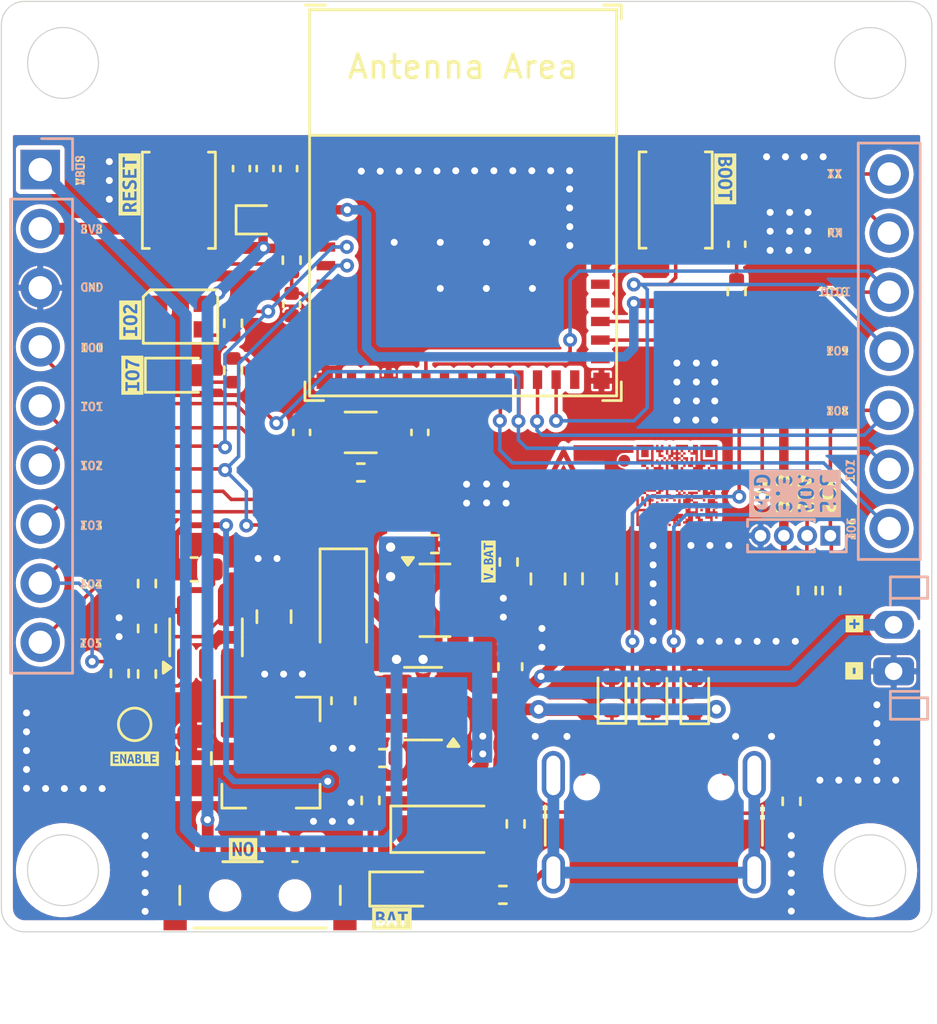
<source format=kicad_pcb>
(kicad_pcb (version 20240108) (generator "pcbnew") (generator_version "8.0")
  (title_block (title "esp-unit-c3-v3") (date "2025-05-04") (rev "3.0"))
  (layers (0 "F.Cu" signal) (31 "B.Cu" signal) (34 "B.Paste" user) (35 "F.Paste" user) (36 "B.SilkS" user "B.Silkscreen") (37 "F.SilkS" user "F.Silkscreen") (38 "B.Mask" user) (39 "F.Mask" user) (44 "Edge.Cuts" user))
  (net 0 "")
  (net 1 "GND")
  (net 2 "CHIP_PU")
  (net 3 "+BATT")
  (net 4 "VBUS")
  (net 5 "IO0")
  (net 6 "IO1")
  (net 7 "+3V3")
  (net 8 "+5V")
  (net 9 "IO9_BOOT")
  (net 10 "USB_D+")
  (net 11 "USB_D-")
  (net 12 "/Buck_Coil")
  (net 13 "IO2")
  (net 14 "IO7")
  (net 15 "IO10_SDA")
  (net 16 "IO8_SCL")
  (net 17 "IO21_TX")
  (net 23 "IO6")
  (net 24 "IO5")
  (net 27 "IO4")
  (net 33 "IO3")
  (net 34 "IO20_RX")
  (net 37 "Net-(U4-FB)")
  (net 38 "Net-(D1-DIN)")
  (net 40 "Net-(D3-A)")
  (net 41 "Net-(D4-K)")
  (net 42 "Net-(D7-A)")
  (net 43 "Net-(J3-CC2)")
  (net 44 "Net-(J3-SHIELD)")
  (net 45 "Net-(J3-CC1)")
  (net 48 "Net-(U3-PROG)")
  (net 49 "Net-(U3-STAT)")
  (net 51 "/Switch")
  (net 52 "Net-(R17-Pad1)")
  (net 53 "Net-(U4-EN)")
  (footprint "LOGO" (layer "F.Cu") (at 138.285006 87.564894)
    (property "Reference" "G***" (hide yes))
    (property "Value" "LOGO" (hide yes))
  )
  (footprint "LOGO" (layer "F.Cu") (at 133.915006 87.544894)
    (property "Reference" "G***" (hide yes))
    (property "Value" "LOGO" (hide yes))
  )
  (footprint "kibuzzard-680CDA08" (layer "F.Cu") (at 140.36 74.385 -90)
    (property "Reference" "kibuzzard-680CDA08" (hide yes))
    (property "Value" "G***" (hide yes))
  )
  (footprint "Resistor_SMD:R_0805_2012Metric" (layer "F.Cu") (at 134.96 91.575 -90)
    (property "Reference" "R17" (hide yes))
    (property "Value" "442K" (hide yes))
  )
  (footprint "Diode_SMD:D_SOD-123" (layer "F.Cu") (at 123.941 92.6505 -90)
    (property "Reference" "D5" (hide yes))
    (property "Value" "B5819W" (hide yes))
  )
  (footprint "kibuzzard-680CD9B9" (layer "F.Cu") (at 114.87 82.825 90)
    (property "Reference" "kibuzzard-680CD9B9" (hide yes))
    (property "Value" "G***" (hide yes))
  )
  (footprint "kibuzzard-680CFD12" (layer "F.Cu") (at 113.13 79.035)
    (property "Reference" "kibuzzard-680CFD12" (hide yes))
    (property "Value" "G***" (hide yes))
  )
  (footprint "Crystal:Crystal_SMD_3215-2Pin_3.2x1.5mm" (layer "F.Cu") (at 124.69 85.285 180)
    (property "Reference" "Y1" (hide yes))
    (property "Value" "32.768Hz" (hide yes))
  )
  (footprint "Button_Switch_SMD:SW_Push_SPST_NO_Alps_SKRK" (layer "F.Cu") (at 116.87 75.305 90)
    (property "Reference" "SW2" (hide yes))
    (property "Value" "RESET" (hide yes))
  )
  (footprint "Package_TO_SOT_SMD:SOT-23-5" (layer "F.Cu") (at 118.0386 94.095 90)
    (property "Reference" "U4" (hide yes))
    (property "Value" "SY8088" (hide yes))
  )
  (footprint "Capacitor_SMD:C_0603_1608Metric" (layer "F.Cu") (at 117.5306 91.174)
    (property "Reference" "C11" (hide yes))
    (property "Value" "22pF 50V" (hide yes))
  )
  (footprint "kibuzzard-680CDAE0" (layer "F.Cu") (at 119.63 103.195 180)
    (property "Reference" "kibuzzard-680CDAE0" (hide yes))
    (property "Value" "G***" (hide yes))
  )
  (footprint "kibuzzard-6816EC1C" (layer "F.Cu") (at 112.62 74.025 90)
    (property "Reference" "kibuzzard-6816EC1C" (hide yes))
    (property "Value" "G***" (hide yes))
  )
  (footprint "Capacitor_SMD:C_0603_1608Metric" (layer "F.Cu") (at 123.941 96.819 90)
    (property "Reference" "C7" (hide yes))
    (property "Value" "4.7uF 16V" (hide yes))
  )
  (footprint "Resistor_SMD:R_0402_1005Metric" (layer "F.Cu") (at 115.4986 91.7836 90)
    (property "Reference" "R15" (hide yes))
    (property "Value" "100K" (hide yes))
  )
  (footprint "DeltaT32:Delta_Board-2" (layer "F.Cu") (at 129.74 86.255)
    (property "Reference" "U2" (hide yes))
    (property "Value" "Delta Board 2" (hide yes))
    (fp_line (start -20.5 19.5) (end -20.5 -18.5) (stroke (width 0.05)) (layer "Edge.Cuts"))
    (fp_line (start -19.5 -19.5) (end 18.5 -19.5) (stroke (width 0.05)) (layer "Edge.Cuts"))
    (fp_line (start 18.5 20.5) (end -19.5 20.5) (stroke (width 0.05)) (layer "Edge.Cuts"))
    (fp_line (start 19.5 19.5) (end 19.5 -18.5) (stroke (width 0.05)) (layer "Edge.Cuts"))
    (fp_arc (start -20.5 -18.5) (mid -20.207107 -19.207107) (end -19.5 -19.5) (stroke (width 0.05)) (layer "Edge.Cuts"))
    (fp_arc (start -19.5 20.5) (mid -20.207107 20.207107) (end -20.5 19.5) (stroke (width 0.05)) (layer "Edge.Cuts"))
    (fp_arc (start 18.5 -19.5) (mid 19.207107 -19.207107) (end 19.5 -18.5) (stroke (width 0.05)) (layer "Edge.Cuts"))
    (fp_arc (start 19.5 19.5) (mid 19.207107 20.207107) (end 18.5 20.5) (stroke (width 0.05)) (layer "Edge.Cuts"))
    (fp_circle (center -17.85309 17.849516) (end -19.37709 17.849516) (stroke (width 0.05)) (fill none) (layer "Edge.Cuts"))
    (fp_circle (center -17.849516 -16.85309) (end -17.849516 -18.37709) (stroke (width 0.05)) (fill none) (layer "Edge.Cuts"))
    (fp_circle (center 16.849516 17.85309) (end 16.849516 19.37709) (stroke (width 0.05)) (fill none) (layer "Edge.Cuts"))
    (fp_circle (center 16.85309 -16.849516) (end 18.37709 -16.849516) (stroke (width 0.05)) (fill none) (layer "Edge.Cuts"))
  )
  (footprint "Resistor_SMD:R_0805_2012Metric" (layer "F.Cu") (at 132.74 91.585 90)
    (property "Reference" "R18" (hide yes))
    (property "Value" "160K" (hide yes))
  )
  (footprint "kibuzzard-680CFDE4" (layer "F.Cu") (at 145.77 89.435 90)
    (property "Reference" "kibuzzard-680CFDE4" (hide yes))
    (property "Value" "G***" (hide yes))
  )
  (footprint "Button_Switch_SMD:SW_Push_SPST_NO_Alps_SKRK" (layer "F.Cu") (at 138.23 75.295 90)
    (property "Reference" "SW1" (hide yes))
    (property "Value" "BOOT" (hide yes))
  )
  (footprint "kibuzzard-680CFDCF" (layer "F.Cu") (at 145.73 86.925 90)
    (property "Reference" "kibuzzard-680CFDCF" (hide yes))
    (property "Value" "G***" (hide yes))
  )
  (footprint "kibuzzard-680CFD7F" (layer "F.Cu") (at 113.11 89.275)
    (property "Reference" "kibuzzard-680CFD7F" (hide yes))
    (property "Value" "G***" (hide yes))
  )
  (footprint "Capacitor_SMD:C_0402_1005Metric" (layer "F.Cu") (at 119.561 73.943 -90)
    (property "Reference" "C1" (hide yes))
    (property "Value" "10nF 10V" (hide yes))
  )
  (footprint "Resistor_SMD:R_0402_1005Metric" (layer "F.Cu") (at 114.33 95.645 -90)
    (property "Reference" "R20" (hide yes))
    (property "Value" "0R" (hide yes))
  )
  (footprint "Diode_SMD:D_SOD-523" (layer "F.Cu") (at 137.25 96.555 90)
    (property "Reference" "D6" (hide yes))
    (property "Value" "LESD5D5.0CT1G")
  )
  (footprint "Resistor_SMD:R_0402_1005Metric" (layer "F.Cu") (at 144.92 92.085 -90)
    (property "Reference" "R2" (hide yes))
    (property "Value" "10K" (hide yes))
  )
  (footprint "kibuzzard-680CD9CB" (layer "F.Cu") (at 114.78 80.455 90)
    (property "Reference" "kibuzzard-680CD9CB" (hide yes))
    (property "Value" "G***" (hide yes))
  )
  (footprint "Capacitor_SMD:C_0805_2012Metric" (layer "F.Cu") (at 120.9596 93.206 -90)
    (property "Reference" "C10" (hide yes))
    (property "Value" "10uF 16V" (hide yes))
  )
  (footprint "Diode_SMD:D_SOD-523" (layer "F.Cu") (at 139.05 96.5525 90)
    (property "Reference" "D8" (hide yes))
    (property "Value" "LESD5D5.0CT1G")
  )
  (footprint "Resistor_SMD:R_0402_1005Metric" (layer "F.Cu") (at 125.6428 99.2828)
    (property "Reference" "R7" (hide yes))
    (property "Value" "10K" (hide yes))
  )
  (footprint "kibuzzard-680CFF32" (layer "F.Cu") (at 114.97 99.315)
    (property "Reference" "kibuzzard-680CFF32" (hide yes))
    (property "Value" "G***" (hide yes))
  )
  (footprint "kibuzzard-680CFD73" (layer "F.Cu") (at 113.12 86.705)
    (property "Reference" "kibuzzard-680CFD73" (hide yes))
    (property "Value" "G***" (hide yes))
  )
  (footprint "Resistor_SMD:R_0402_1005Metric" (layer "F.Cu") (at 143.87 92.085 -90)
    (property "Reference" "R4" (hide yes))
    (property "Value" "10K" (hide yes))
  )
  (footprint "TestPoint:TestPoint_Pad_D1.0mm" (layer "F.Cu") (at 114.971 97.835)
    (property "Reference" "TP1" (hide yes))
    (property "Value" "ENABLE" (hide yes))
  )
  (footprint "Resistor_SMD:R_0402_1005Metric" (layer "F.Cu") (at 143.21 101.145 -90)
    (property "Reference" "R14" (hide yes))
    (property "Value" "5K1" (hide yes))
  )
  (footprint "Resistor_SMD:R_0402_1005Metric" (layer "F.Cu") (at 125.11 101.105 -90)
    (property "Reference" "R9" (hide yes))
    (property "Value" "1K" (hide yes))
  )
  (footprint "kibuzzard-680CFDFB" (layer "F.Cu") (at 113.09 94.335)
    (property "Reference" "kibuzzard-680CFDFB" (hide yes))
    (property "Value" "G***" (hide yes))
  )
  (footprint "PCM_Espressif:ESP32-C3-MINI-1" (layer "F.Cu") (at 129.09 75.415)
    (property "Reference" "U1" (hide yes))
    (property "Value" "ESP32-C3-MINI-1" (hide yes))
  )
  (footprint "Resistor_SMD:R_0402_1005Metric" (layer "F.Cu") (at 131.05 90.855 -90)
    (property "Reference" "R19" (hide yes))
    (property "Value" "0R" (hide yes))
  )
  (footprint "Capacitor_SMD:C_0402_1005Metric" (layer "F.Cu") (at 120.577 73.943 -90)
    (property "Reference" "C2" (hide yes))
    (property "Value" "100nF 10V" (hide yes))
  )
  (footprint "Resistor_SMD:R_0402_1005Metric" (layer "F.Cu") (at 115.4986 93.714 90)
    (property "Reference" "R16" (hide yes))
    (property "Value" "22K1" (hide yes))
  )
  (footprint "Diode_SMD:D_SOD-523" (layer "F.Cu") (at 135.49 96.535 90)
    (property "Reference" "D9" (hide yes))
    (property "Value" "LESD5D5.0CT1G")
  )
  (footprint "Capacitor_SMD:C_0402_1005Metric" (layer "F.Cu") (at 121.593 73.943 -90)
    (property "Reference" "C3" (hide yes))
    (property "Value" "1uF 16V" (hide yes))
  )
  (footprint "Diode_SMD:D_SOD-123" (layer "F.Cu") (at 128.34 102.345)
    (property "Reference" "D7" (hide yes))
    (property "Value" "B5819W")
  )
  (footprint "Connector_USB:USB_C_Receptacle_GCT_USB4105-xx-A_16P_TopMnt_Horizontal" (layer "F.Cu") (at 137.29 103.135)
    (property "Reference" "J3" (hide yes))
    (property "Value" "USB C 16P" (hide yes))
  )
  (footprint "kibuzzard-6816DE78" (layer "F.Cu") (at 145.01 79.235)
    (property "Reference" "kibuzzard-6816DE78" (hide yes))
    (property "Value" "G***" (hide yes))
  )
  (footprint "kibuzzard-6816DE97" (layer "F.Cu") (at 145.19 81.775)
    (property "Reference" "kibuzzard-6816DE97" (hide yes))
    (property "Value" "G***" (hide yes))
  )
  (footprint "Resistor_SMD:R_0402_1005Metric" (layer "F.Cu") (at 119.2 80.595 -90)
    (property "Reference" "R1" (hide yes))
    (property "Value" "0R" (hide yes))
  )
  (footprint "Capacitor_SMD:C_0402_1005Metric" (layer "F.Cu") (at 122.15 85.285 90)
    (property "Reference" "C5" (hide yes))
    (property "Value" "DNP" (hide yes))
  )
  (footprint "kibuzzard-680CDBCC" (layer "F.Cu") (at 145.912584 93.515 -90)
    (property "Reference" "kibuzzard-680CDBCC" (hide yes))
    (property "Value" "G***" (hide yes))
  )
  (footprint "Resistor_SMD:R_0402_1005Metric" (layer "F.Cu") (at 140.85 79.225 -90)
    (property "Reference" "R8" (hide yes))
    (property "Value" "10K" (hide yes))
  )
  (footprint "DeltaT32:MSK-12C02-07" (layer "F.Cu") (at 120.21 104.96)
    (property "Reference" "SW3" (hide yes))
    (property "Value" "MSK-12C02-07" (hide yes))
  )
  (footprint "LED_SMD:LED_0603_1608Metric" (layer "F.Cu") (at 126.56 104.915)
    (property "Reference" "D4" (hide yes))
    (property "Value" "RED LED" (hide yes))
  )
  (footprint "kibuzzard-6816DDEA" (layer "F.Cu") (at 113.14 81.635)
    (property "Reference" "kibuzzard-6816DDEA" (hide yes))
    (property "Value" "G***" (hide yes))
  )
  (footprint "Resistor_SMD:R_0402_1005Metric" (layer "F.Cu") (at 119.2 82.615 -90)
    (property "Reference" "R3" (hide yes))
    (property "Value" "470R" (hide yes))
  )
  (footprint "kibuzzard-680CDA1E" (layer "F.Cu") (at 114.75 74.625 90)
    (property "Reference" "kibuzzard-680CDA1E" (hide yes))
    (property "Value" "G***" (hide yes))
  )
  (footprint "Inductor_SMD:L_Bourns-SRN4018" (layer "F.Cu") (at 120.83 99.05 -90)
    (property "Reference" "L1" (hide yes))
    (property "Value" "SPH4018H2R2MT (2.2uH 2.2A)")
  )
  (footprint "Capacitor_SMD:C_0402_1005Metric" (layer "F.Cu") (at 121.72 79.785 -90)
    (property "Reference" "C4" (hide yes))
    (property "Value" "1uF 16V" (hide yes))
  )
  (footprint "LOGO" (layer "F.Cu") (at 133.915006 87.544894)
    (property "Reference" "G***" (hide yes))
    (property "Value" "LOGO" (hide yes))
  )
  (footprint "kibuzzard-6816DD82" (layer "F.Cu") (at 143.36 87.915 -90)
    (property "Reference" "kibuzzard-6816DD82" (hide yes))
    (property "Value" "G***" (hide yes))
  )
  (footprint "kibuzzard-680CFE08" (layer "F.Cu") (at 113.1 91.805)
    (property "Reference" "kibuzzard-680CFE08" (hide yes))
    (property "Value" "G***" (hide yes))
  )
  (footprint "kibuzzard-680CFDA8" (layer "F.Cu") (at 145.06 74.165)
    (property "Reference" "kibuzzard-680CFDA8" (hide yes))
    (property "Value" "G***" (hide yes))
  )
  (footprint "Package_TO_SOT_SMD:SOT-23-5" (layer "F.Cu") (at 127.37 96.946 180)
    (property "Reference" "U3" (hide yes))
    (property "Value" "MCP73831T-2ACI/OT" (hide yes))
  )
  (footprint "kibuzzard-680CFCF0" (layer "F.Cu") (at 113.12 76.535)
    (property "Reference" "kibuzzard-680CFCF0" (hide yes))
    (property "Value" "G***" (hide yes))
  )
  (footprint "Diode_SMD:D_SOD-882" (layer "F.Cu") (at 120.14 76.145)
    (property "Reference" "D2" (hide yes))
    (property "Value" "LESD8D3.3CAT5G")
  )
  (footprint "kibuzzard-6816DE5B" (layer "F.Cu") (at 145.19 84.355)
    (property "Reference" "kibuzzard-6816DE5B" (hide yes))
    (property "Value" "G***" (hide yes))
  )
  (footprint "kibuzzard-6816DDFD" (layer "F.Cu") (at 113.13 84.165)
    (property "Reference" "kibuzzard-6816DDFD" (hide yes))
    (property "Value" "G***" (hide yes))
  )
  (footprint "Resistor_SMD:R_0402_1005Metric" (layer "F.Cu") (at 127.878 90.088 180)
    (property "Reference" "R10" (hide yes))
    (property "Value" "100K" (hide yes))
  )
  (footprint "Capacitor_SMD:C_0603_1608Metric" (layer "F.Cu") (at 131.12 95.355 90)
    (property "Reference" "C9" (hide yes))
    (property "Value" "4.7uF 16V" (hide yes))
  )
  (footprint "Resistor_SMD:R_0402_1005Metric" (layer "F.Cu") (at 121.72 77.88 -90)
    (property "Reference" "R5" (hide yes))
    (property "Value" "10K" (hide yes))
  )
  (footprint "Capacitor_SMD:C_0805_2012Metric" (layer "F.Cu") (at 117.5306 99.302 90)
    (property "Reference" "C12" (hide yes))
    (property "Value" "10uF 16V" (hide yes))
  )
  (footprint "kibuzzard-680CDA64" (layer "F.Cu") (at 126.03 106.185)
    (property "Reference" "kibuzzard-680CDA64" (hide yes))
    (property "Value" "G***" (hide yes))
  )
  (footprint "Resistor_SMD:R_0402_1005Metric" (layer "F.Cu") (at 131.35 102.115 90)
    (property "Reference" "R13" (hide yes))
    (property "Value" "5K1" (hide yes))
  )
  (footprint "LED_SMD:LED_WS2812B-2020_PLCC4_2.0x2.0mm" (layer "F.Cu") (at 116.94 80.305)
    (property "Reference" "D1" (hide yes))
    (property "Value" "WS2812B" (hide yes))
  )
  (footprint "kibuzzard-680CFDBB" (layer "F.Cu") (at 145.08 76.695)
    (property "Reference" "kibuzzard-680CFDBB" (hide yes))
    (property "Value" "G***" (hide yes))
  )
  (footprint "Package_TO_SOT_SMD:SOT-23" (layer "F.Cu") (at 127.878 92.501)
    (property "Reference" "Q1" (hide yes))
    (property "Value" "DMG3415U" (hide yes))
  )
  (footprint "Resistor_SMD:R_0402_1005Metric" (layer "F.Cu") (at 130.8 105.165)
    (property "Reference" "R11" (hide yes))
    (property "Value" "0R" (hide yes))
  )
  (footprint "Resistor_SMD:R_0402_1005Metric" (layer "F.Cu") (at 124.695 87.007)
    (property "Reference" "R6" (hide yes))
    (property "Value" "DNP" (hide yes))
  )
  (footprint "Resistor_SMD:R_0402_1005Metric" (layer "F.Cu") (at 115.4986 95.6698 90)
    (property "Reference" "R12" (hide yes))
    (property "Value" "10K" (hide yes))
  )
  (footprint "kibuzzard-680CDFA2" (layer "F.Cu") (at 130.18 90.835 90)
    (property "Reference" "kibuzzard-680CDFA2" (hide yes))
    (property "Value" "G***" (hide yes))
  )
  (footprint "LOGO" (layer "F.Cu") (at 138.285006 87.564894)
    (property "Reference" "G***" (hide yes))
    (property "Value" "LOGO" (hide yes))
  )
  (footprint "Capacitor_SMD:C_0402_1005Metric" (layer "F.Cu") (at 127.23 85.285 90)
    (property "Reference" "C6" (hide yes))
    (property "Value" "DNP" (hide yes))
  )
  (footprint "kibuzzard-680CDBED" (layer "F.Cu") (at 145.902584 95.535 -90)
    (property "Reference" "kibuzzard-680CDBED" (hide yes))
    (property "Value" "G***" (hide yes))
  )
  (footprint "LED_SMD:LED_0603_1608Metric" (layer "F.Cu") (at 116.9125 82.825)
    (property "Reference" "D3" (hide yes))
    (property "Value" "BLUE LED" (hide yes))
  )
  (footprint "Capacitor_SMD:C_0402_1005Metric" (layer "F.Cu") (at 140.86 77.195 90)
    (property "Reference" "C8" (hide yes))
    (property "Value" "1nF 10V" (hide yes))
  )
  (footprint "kibuzzard-680CFE08" (layer "B.Cu") (at 113.1 91.805 180)
    (property "Reference" "kibuzzard-680CFE08" (hide yes))
    (property "Value" "G***" (hide yes))
  )
  (footprint "kibuzzard-680CFD7F" (layer "B.Cu") (at 113.11 89.275 180)
    (property "Reference" "kibuzzard-680CFD7F" (hide yes))
    (property "Value" "G***" (hide yes))
  )
  (footprint "kibuzzard-6816DDFD" (layer "B.Cu") (at 113.13 84.165 180)
    (property "Reference" "kibuzzard-6816DDFD" (hide yes))
    (property "Value" "G***" (hide yes))
  )
  (footprint "kibuzzard-680CFDFB" (layer "B.Cu") (at 113.09 94.335 180)
    (property "Reference" "kibuzzard-680CFDFB" (hide yes))
    (property "Value" "G***" (hide yes))
  )
  (footprint "kibuzzard-680CFDE4" (layer "B.Cu") (at 145.77 89.435 -90)
    (property "Reference" "kibuzzard-680CFDE4" (hide yes))
    (property "Value" "G***" (hide yes))
  )
  (footprint "kibuzzard-680CFCF0" (layer "B.Cu") (at 113.12 76.535 180)
    (property "Reference" "kibuzzard-680CFCF0" (hide yes))
    (property "Value" "G***" (hide yes))
  )
  (footprint "DeltaT32:JST_PH2.0" (layer "B.Cu") (at 144.85 94.605 90)
    (property "Reference" "J2" (hide yes))
    (property "Value" "JST PH2.0" (hide yes))
  )
  (footprint "kibuzzard-6816DD82" (layer "B.Cu") (at 143.36 87.91 90)
    (property "Reference" "kibuzzard-6816DD82" (hide yes))
    (property "Value" "G***" (hide yes))
  )
  (footprint "kibuzzard-6816DDEA" (layer "B.Cu") (at 113.14 81.635 180)
    (property "Reference" "kibuzzard-6816DDEA" (hide yes))
    (property "Value" "G***" (hide yes))
  )
  (footprint "kibuzzard-6816EC1C" (layer "B.Cu") (at 112.62 74.025 90)
    (property "Reference" "kibuzzard-6816EC1C" (hide yes))
    (property "Value" "G***" (hide yes))
  )
  (footprint "kibuzzard-680CFDBB" (layer "B.Cu") (at 145.08 76.695 180)
    (property "Reference" "kibuzzard-680CFDBB" (hide yes))
    (property "Value" "G***" (hide yes))
  )
  (footprint "kibuzzard-6816DE97" (layer "B.Cu") (at 145.19 81.775 180)
    (property "Reference" "kibuzzard-6816DE97" (hide yes))
    (property "Value" "G***" (hide yes))
  )
  (footprint "kibuzzard-6816DE5B" (layer "B.Cu") (at 145.19 84.355 180)
    (property "Reference" "kibuzzard-6816DE5B" (hide yes))
    (property "Value" "G***" (hide yes))
  )
  (footprint "Connector_PinHeader_1.00mm:PinHeader_1x04_P1.00mm_Vertical" (layer "B.Cu") (at 144.88 89.725 90)
    (property "Reference" "J1" (hide yes))
    (property "Value" "Conn_01x04" (hide yes))
  )
  (footprint "kibuzzard-680CFDCF" (layer "B.Cu") (at 145.73 86.925 -90)
    (property "Reference" "kibuzzard-680CFDCF" (hide yes))
    (property "Value" "G***" (hide yes))
  )
  (footprint "kibuzzard-6816DE78" (layer "B.Cu") (at 145.11 79.235 180)
    (property "Reference" "kibuzzard-6816DE78" (hide yes))
    (property "Value" "G***" (hide yes))
  )
  (footprint "kibuzzard-680CFD12" (layer "B.Cu") (at 113.13 79.035 180)
    (property "Reference" "kibuzzard-680CFD12" (hide yes))
    (property "Value" "G***" (hide yes))
  )
  (footprint "kibuzzard-680CFD73" (layer "B.Cu") (at 113.12 86.705 180)
    (property "Reference" "kibuzzard-680CFD73" (hide yes))
    (property "Value" "G***" (hide yes))
  )
  (footprint "kibuzzard-680CFDA8" (layer "B.Cu") (at 145.06 74.165 180)
    (property "Reference" "kibuzzard-680CFDA8" (hide yes))
    (property "Value" "G***" (hide yes))
  )
  (segment (start 134.09 99.455) (end 134.09 98.861289) (width 0.508) (layer "F.Cu") (net 1))
  (segment (start 140.806 98.353289) (end 142.352 98.353289) (width 0.508) (layer "F.Cu") (net 1))
  (segment (start 134.09 98.861289) (end 133.582 98.353289) (width 0.508) (layer "F.Cu") (net 1))
  (segment (start 140.482 98.553289) (end 140.682 98.353289) (width 0.508) (layer "F.Cu") (net 1))
  (segment (start 140.49 99.455) (end 140.472 99.437) (width 0.508) (layer "F.Cu") (net 1))
  (segment (start 133.556 98.353289) (end 132.192 98.353289) (width 0.508) (layer "F.Cu") (net 1))
  (segment (start 140.682 98.353289) (end 140.806 98.353289) (width 0.508) (layer "F.Cu") (net 1))
  (segment (start 140.472 99.437) (end 140.472 98.563289) (width 0.508) (layer "F.Cu") (net 1))
  (via (at 120.56 95.675) (size 0.6) (drill 0.3) (layers "F.Cu" "B.Cu") (net 1))
  (via (at 133.67 74.8194) (size 0.6) (drill 0.3) (layers "F.Cu" "B.Cu") (net 1))
  (via (at 146.88 98.6122) (size 0.6) (drill 0.3) (layers "F.Cu" "B.Cu") (net 1))
  (via (at 139.91 83.1194) (size 0.6) (drill 0.3) (layers "F.Cu" "B.Cu") (net 1))
  (via (at 138.28 83.1194) (size 0.6) (drill 0.3) (layers "F.Cu" "B.Cu") (net 1))
  (via (at 137.26 93.4222) (size 0.6) (drill 0.3) (layers "F.Cu" "B.Cu") (net 1))
  (via (at 132.48 93.7122) (size 0.6) (drill 0.3) (layers "F.Cu" "B.Cu") (net 1))
  (via (at 144.43 100.235) (size 0.6) (drill 0.3) (layers "F.Cu" "B.Cu") (net 1))
  (via (at 122.6572 102.005) (size 0.6) (drill 0.3) (layers "F.Cu" "B.Cu") (net 1))
  (via (at 139.9056 84.755) (size 0.6) (drill 0.3) (layers "F.Cu" "B.Cu") (net 1))
  (via (at 143.92 75.825) (size 0.6) (drill 0.3) (layers "F.Cu" "B.Cu") (net 1))
  (via (at 137.26 90.1522) (size 0.6) (drill 0.3) (layers "F.Cu" "B.Cu") (net 1))
  (via (at 125.5272 74.055) (size 0.6) (drill 0.3) (layers "F.Cu" "B.Cu") (net 1))
  (via (at 140.5156 90.145) (size 0.6) (drill 0.3) (layers "F.Cu" "B.Cu") (net 1))
  (via (at 145.2428 100.235) (size 0.6) (drill 0.3) (layers "F.Cu" "B.Cu") (net 1))
  (via (at 130.82 92.4122) (size 0.6) (drill 0.3) (layers "F.Cu" "B.Cu") (net 1))
  (via (at 113.88 75.2622) (size 0.6) (drill 0.3) (layers "F.Cu" "B.Cu") (net 1))
  (via (at 130.1 87.5022) (size 0.6) (drill 0.3) (layers "F.Cu" "B.Cu") (net 1))
  (via (at 140.1028 94.265) (size 0.6) (drill 0.3) (layers "F.Cu" "B.Cu") (net 1))
  (via (at 126.3444 74.055) (size 0.6) (drill 0.3) (layers "F.Cu" "B.Cu") (net 1))
  (via (at 138.28 82.3022) (size 0.6) (drill 0.3) (layers "F.Cu" "B.Cu") (net 1))
  (via (at 126.1276 77.1138) (size 0.6) (drill 0.3) (layers "F.Cu" "B.Cu") (net 1))
  (via (at 137.26 94.235) (size 0.6) (drill 0.3) (layers "F.Cu" "B.Cu") (net 1))
  (via (at 123.47 102.005) (size 0.6) (drill 0.3) (layers "F.Cu" "B.Cu") (net 1))
  (via (at 133.68 77.2522) (size 0.6) (drill 0.3) (layers "F.Cu" "B.Cu") (net 1))
  (via (at 110.32 98.155) (size 0.6) (drill 0.3) (layers "F.Cu" "B.Cu") (net 1))
  (via (at 124.27 102.005) (size 0.6) (drill 0.3) (layers "F.Cu" "B.Cu") (net 1))
  (via (at 142.5456 94.265) (size 0.6) (drill 0.3) (layers "F.Cu" "B.Cu") (net 1))
  (via (at 110.32 100.5878) (size 0.6) (drill 0.3) (layers "F.Cu" "B.Cu") (net 1))
  (via (at 128.7744 74.035) (size 0.6) (drill 0.3) (layers "F.Cu" "B.Cu") (net 1))
  (via (at 142.29 75.825) (size 0.6) (drill 0.3) (layers "F.Cu" "B.Cu") (net 1))
  (via (at 113.5728 100.595) (size 0.6) (drill 0.3) (layers "F.Cu" "B.Cu") (net 1))
  (via (at 110.32 99.775) (size 0.6) (drill 0.3) (layers "F.Cu" "B.Cu") (net 1))
  (via (at 139.91 83.9322) (size 0.6) (drill 0.3) (layers "F.Cu" "B.Cu") (net 1))
  (via (at 130.82 93.225) (size 0.6) (drill 0.3) (layers "F.Cu" "B.Cu") (net 1))
  (via (at 132.0712 77.1138) (size 0.6) (drill 0.3) (layers "F.Cu" "B.Cu") (net 1))
  (via (at 143.13 75.825) (size 0.6) (drill 0.3) (layers "F.Cu" "B.Cu") (net 1))
  (via (at 130.1 88.315) (size 0.6) (drill 0.3) (layers "F.Cu" "B.Cu") (net 1))
  (via (at 127.1544 74.045) (size 0.6) (drill 0.3) (layers "F.Cu" "B.Cu") (net 1))
  (via (at 141.7328 94.265) (size 0.6) (drill 0.3) (layers "F.Cu" "B.Cu") (net 1))
  (via (at 127.9672 74.045) (size 0.6) (drill 0.3) (layers "F.Cu" "B.Cu") (net 1))
  (via (at 132.0712 79.095) (size 0.6) (drill 0.3) (layers "F.Cu" "B.Cu") (net 1))
  (via (at 143.9156 77.4606) (size 0.6) (drill 0.3) (layers "F.Cu" "B.Cu") (net 1))
  (via (at 129.24 87.5122) (size 0.6) (drill 0.3) (layers "F.Cu" "B.Cu") (net 1))
  (via (at 143.1028 77.4606) (size 0.6) (drill 0.3) (layers "F.Cu" "B.Cu") (net 1))
  (via (at 140.9156 94.265) (size 0.6) (drill 0.3) (layers "F.Cu" "B.Cu") (net 1))
  (via (at 144.57 73.435) (size 0.6) (drill 0.3) (layers "F.Cu" "B.Cu") (net 1))
  (via (at 129.24 88.325) (size 0.6) (drill 0.3) (layers "F.Cu" "B.Cu") (net 1))
  (via (at 146.88 99.425) (size 0.6) (drill 0.3) (layers "F.Cu" "B.Cu") (net 1))
  (via (at 146.88 100.2378) (size 0.6) (drill 0.3) (layers "F.Cu" "B.Cu") (net 1))
  (via (at 139.29 94.265) (size 0.6) (drill 0.3) (layers "F.Cu" "B.Cu") (net 1))
  (via (at 142.1372 73.435) (size 0.6) (drill 0.3) (layers "F.Cu" "B.Cu") (net 1))
  (via (at 146.88 97.805) (size 0.6) (drill 0.3) (layers "F.Cu" "B.Cu") (net 1))
  (via (at 131.2272 74.035) (size 0.6) (drill 0.3) (layers "F.Cu" "B.Cu") (net 1))
  (via (at 115.42 105.875) (size 0.6) (drill 0.3) (layers "F.Cu" "B.Cu") (net 1))
  (via (at 139.12 83.9322) (size 0.6) (drill 0.3) (layers "F.Cu" "B.Cu") (net 1))
  (via (at 115.42 104.2494) (size 0.6) (drill 0.3) (layers "F.Cu" "B.Cu") (net 1))
  (via (at 130.94 88.325) (size 0.6) (drill 0.3) (layers "F.Cu" "B.Cu") (net 1))
  (via (at 139.12 82.3022) (size 0.6) (drill 0.3) (layers "F.Cu" "B.Cu") (net 1))
  (via (at 130.4144 74.035) (size 0.6) (drill 0.3) (layers "F.Cu" "B.Cu") (net 1))
  (via (at 115.42 105.0622) (size 0.6) (drill 0.3) (layers "F.Cu" "B.Cu") (net 1))
  (via (at 124.27 101.1922) (size 0.6) (drill 0.3) (layers "F.Cu" "B.Cu") (net 1))
  (via (at 121.09 90.705) (size 0.6) (drill 0.3) (layers "F.Cu" "B.Cu") (net 1))
  (via (at 139.91 82.3022) (size 0.6) (drill 0.3) (layers "F.Cu" "B.Cu") (net 1))
  (via (at 143.2 102.6194) (size 0.6) (drill 0.3) (layers "F.Cu" "B.Cu") (net 1))
  (via (at 114.3 94.065) (size 0.6) (drill 0.3) (layers "F.Cu" "B.Cu") (net 1))
  (via (at 132.192 98.353289) (size 0.6) (drill 0.3) (layers "F.Cu" "B.Cu") (net 1))
  (via (at 143.2 105.0522) (size 0.6) (drill 0.3) (layers "F.Cu" "B.Cu") (net 1))
  (via (at 128.1088 77.1138) (size 0.6) (drill 0.3) (layers "F.Cu" "B.Cu") (net 1))
  (via (at 111.14 100.595) (size 0.6) (drill 0.3) (layers "F.Cu" "B.Cu") (net 1))
  (via (at 115.42 103.4422) (size 0.6) (drill 0.3) (layers "F.Cu" "B.Cu") (net 1))
  (via (at 137.26 91.7922) (size 0.6) (drill 0.3) (layers "F.Cu" "B.Cu") (net 1))
  (via (at 139.7028 90.145) (size 0.6) (drill 0.3) (layers "F.Cu" "B.Cu") (net 1))
  (via (at 133.68 76.4394) (size 0.6) (drill 0.3) (layers "F.Cu" "B.Cu") (net 1))
  (via (at 110.32 97.3422) (size 0.6) (drill 0.3) (layers "F.Cu" "B.Cu") (net 1))
  (via (at 132.8572 74.035) (size 0.6) (drill 0.3) (layers "F.Cu" "B.Cu") (net 1))
  (via (at 142.29 76.6378) (size 0.6) (drill 0.3) (layers "F.Cu" "B.Cu") (net 1))
  (via (at 139.12 83.1194) (size 0.6) (drill 0.3) (layers "F.Cu" "B.Cu") (net 1))
  (via (at 133.556 98.353289) (size 0.6) (drill 0.3) (layers "F.Cu" "B.Cu") (net 1))
  (via (at 143.92 76.6378) (size 0.6) (drill 0.3) (layers "F.Cu" "B.Cu") (net 1))
  (via (at 132.48 94.525) (size 0.6) (drill 0.3) (layers "F.Cu" "B.Cu") (net 1))
  (via (at 123.51 98.865) (size 0.6) (drill 0.3) (layers "F.Cu" "B.Cu") (net 1))
  (via (at 115.42 102.6294) (size 0.6) (drill 0.3) (layers "F.Cu" "B.Cu") (net 1))
  (via (at 147.69 100.235) (size 0.6) (drill 0.3) (layers "F.Cu" "B.Cu") (net 1))
  (via (at 113.88 74.455) (size 0.6) (drill 0.3) (layers "F.Cu" "B.Cu") (net 1))
  (via (at 130.09 79.095) (size 0.6) (drill 0.3) (layers "F.Cu" "B.Cu") (net 1))
  (via (at 138.28 83.9322) (size 0.6) (drill 0.3) (layers "F.Cu" "B.Cu") (net 1))
  (via (at 129.5872 74.035) (size 0.6) (drill 0.3) (layers "F.Cu" "B.Cu") (net 1))
  (via (at 139.0928 84.755) (size 0.6) (drill 0.3) (layers "F.Cu" "B.Cu") (net 1))
  (via (at 124.3228 98.865) (size 0.6) (drill 0.3) (layers "F.Cu" "B.Cu") (net 1))
  (via (at 143.3728 94.265) (size 0.6) (drill 0.3) (layers "F.Cu" "B.Cu") (net 1))
  (via (at 120.2772 90.705) (size 0.6) (drill 0.3) (layers "F.Cu" "B.Cu") (net 1))
  (via (at 142.29 77.4606) (size 0.6) (drill 0.3) (layers "F.Cu" "B.Cu") (net 1))
  (via (at 142.352 98.353289) (size 0.6) (drill 0.3) (layers "F.Cu" "B.Cu") (net 1))
  (via (at 140.806 98.353289) (size 0.6) (drill 0.3) (layers "F.Cu" "B.Cu") (net 1))
  (via (at 114.3 93.2522) (size 0.6) (drill 0.3) (layers "F.Cu" "B.Cu") (net 1))
  (via (at 142.95 73.435) (size 0.6) (drill 0.3) (layers "F.Cu" "B.Cu") (net 1))
  (via (at 124.7144 74.055) (size 0.6) (drill 0.3) (layers "F.Cu" "B.Cu") (net 1))
  (via (at 133.67 75.6322) (size 0.6) (drill 0.3) (layers "F.Cu" "B.Cu") (net 1))
  (via (at 110.32 98.9622) (size 0.6) (drill 0.3) (layers "F.Cu" "B.Cu") (net 1))
  (via (at 130.94 87.5122) (size 0.6) (drill 0.3) (layers "F.Cu" "B.Cu") (net 1))
  (via (at 146.07 100.235) (size 0.6) (drill 0.3) (layers "F.Cu" "B.Cu") (net 1))
  (via (at 128.1088 79.095) (size 0.6) (drill 0.3) (layers "F.Cu" "B.Cu") (net 1))
  (via (at 113.88 73.6422) (size 0.6) (drill 0.3) (layers "F.Cu" "B.Cu") (net 1))
  (via (at 133.67 74.035) (size 0.6) (drill 0.3) (layers "F.Cu" "B.Cu") (net 1))
  (via (at 111.9472 100.595) (size 0.6) (drill 0.3) (layers "F.Cu" "B.Cu") (net 1))
  (via (at 143.13 76.6378) (size 0.6) (drill 0.3) (layers "F.Cu" "B.Cu") (net 1))
  (via (at 143.2 103.4322) (size 0.6) (drill 0.3) (layers "F.Cu" "B.Cu") (net 1))
  (via (at 122.18 95.675) (size 0.6) (drill 0.3) (layers "F.Cu" "B.Cu") (net 1))
  (via (at 138.8856 90.145) (size 0.6) (drill 0.3) (layers "F.Cu" "B.Cu") (net 1))
  (via (at 146.88 96.9922) (size 0.6) (drill 0.3) (layers "F.Cu" "B.Cu") (net 1))
  (via (at 121.3728 95.675) (size 0.6) (drill 0.3) (layers "F.Cu" "B.Cu") (net 1))
  (via (at 137.26 92.6094) (size 0.6) (drill 0.3) (layers "F.Cu" "B.Cu") (net 1))
  (via (at 143.2 104.2394) (size 0.6) (drill 0.3) (layers "F.Cu" "B.Cu") (net 1))
  (via (at 130.09 77.1138) (size 0.6) (drill 0.3) (layers "F.Cu" "B.Cu") (net 1))
  (via (at 138.28 84.755) (size 0.6) (drill 0.3) (layers "F.Cu" "B.Cu") (net 1))
  (via (at 143.7572 73.435) (size 0.6) (drill 0.3) (layers "F.Cu" "B.Cu") (net 1))
  (via (at 112.76 100.595) (size 0.6) (drill 0.3) (layers "F.Cu" "B.Cu") (net 1))
  (via (at 143.2 105.865) (size 0.6) (drill 0.3) (layers "F.Cu" "B.Cu") (net 1))
  (via (at 132.0444 74.035) (size 0.6) (drill 0.3) (layers "F.Cu" "B.Cu") (net 1))
  (via (at 137.26 90.9794) (size 0.6) (drill 0.3) (layers "F.Cu" "B.Cu") (net 1))
  (segment (start 122.129 79.305) (end 121.72 79.305) (width 0.1524) (layer "F.Cu") (net 2))
  (segment (start 121.72 78.39) (end 121.72 79.305) (width 0.1524) (layer "F.Cu") (net 2))
  (segment (start 121.375 78.045) (end 117.51 78.045) (width 0.1524) (layer "F.Cu") (net 2))
  (segment (start 123.19 79.715) (end 122.539 79.715) (width 0.1524) (layer "F.Cu") (net 2))
  (segment (start 122.539 79.715) (end 122.129 79.305) (width 0.1524) (layer "F.Cu") (net 2))
  (segment (start 117.51 78.045) (end 116.9 77.435) (width 0.1524) (layer "F.Cu") (net 2))
  (segment (start 121.72 78.39) (end 121.375 78.045) (width 0.1524) (layer "F.Cu") (net 2))
  (segment (start 134.96 93.255) (end 132.44 95.775) (width 0.4064) (layer "F.Cu") (net 3))
  (segment (start 132.085 96.13) (end 131.12 96.13) (width 0.508) (layer "F.Cu") (net 3))
  (segment (start 134.96 92.4875) (end 134.96 93.255) (width 0.4064) (layer "F.Cu") (net 3))
  (segment (start 132.44 95.775) (end 132.085 96.13) (width 0.508) (layer "F.Cu") (net 3))
  (via (at 132.44 95.775) (size 0.6) (drill 0.3) (layers "F.Cu" "B.Cu") (net 3))
  (segment (start 143.27 95.775) (end 145.49 93.555) (width 0.508) (layer "B.Cu") (net 3))
  (segment (start 132.44 95.775) (end 143.27 95.775) (width 0.508) (layer "B.Cu") (net 3))
  (segment (start 145.49 93.555) (end 147.6 93.555) (width 0.508) (layer "B.Cu") (net 3))
  (segment (start 129.9467 99.1163) (end 129.9354 99.105) (width 0.508) (layer "F.Cu") (net 4))
  (segment (start 129.9354 99.105) (end 129.9354 98.343) (width 0.508) (layer "F.Cu") (net 4))
  (segment (start 126.69 102.345) (end 127.1375 102.345) (width 0.508) (layer "F.Cu") (net 4))
  (segment (start 127.3475 103.9525) (end 127.3475 104.915) (width 0.254) (layer "F.Cu") (net 4))
  (segment (start 124.002 95.996) (end 126.2325 95.996) (width 0.508) (layer "F.Cu") (net 4))
  (segment (start 127.1375 102.345) (end 129.9354 99.5471) (width 0.508) (layer "F.Cu") (net 4))
  (segment (start 123.941 95.935) (end 124.002 95.996) (width 0.508) (layer "F.Cu") (net 4))
  (segment (start 126.989 90.088) (end 126.9405 90.1365) (width 0.508) (layer "F.Cu") (net 4))
  (segment (start 126.9405 91.551) (end 126.039 91.551) (width 0.508) (layer "F.Cu") (net 4))
  (segment (start 127.368 90.088) (end 126.1 90.088) (width 0.508) (layer "F.Cu") (net 4))
  (segment (start 129.9354 99.5471) (end 129.9354 99.105) (width 0.508) (layer "F.Cu") (net 4))
  (segment (start 126.1 90.088) (end 125.973 90.215) (width 0.508) (layer "F.Cu") (net 4))
  (segment (start 126.9405 90.1365) (end 126.9405 91.551) (width 0.508) (layer "F.Cu") (net 4))
  (segment (start 126.2325 95.996) (end 126.2325 95.0465) (width 0.508) (layer "F.Cu") (net 4))
  (segment (start 126.039 91.551) (end 125.973 91.485) (width 0.508) (layer "F.Cu") (net 4))
  (segment (start 123.941 94.3005) (end 123.941 95.935) (width 0.508) (layer "F.Cu") (net 4))
  (segment (start 126.69 102.345) (end 126.69 103.295) (width 0.254) (layer "F.Cu") (net 4))
  (segment (start 126.69 103.295) (end 127.3475 103.9525) (width 0.254) (layer "F.Cu") (net 4))
  (segment (start 126.2325 95.0465) (end 126.227 95.041) (width 0.508) (layer "F.Cu") (net 4))
  (segment (start 126.227 95.041) (end 127.37 95.041) (width 0.508) (layer "F.Cu") (net 4))
  (via (at 127.37 95.041) (size 0.8) (drill 0.4) (layers "F.Cu" "B.Cu") (net 4))
  (via (at 126.227 95.041) (size 0.8) (drill 0.4) (layers "F.Cu" "B.Cu") (net 4))
  (via (at 129.9354 99.105) (size 0.6) (drill 0.3) (layers "F.Cu" "B.Cu") (net 4))
  (via (at 129.9354 98.343) (size 0.6) (drill 0.3) (layers "F.Cu" "B.Cu") (net 4))
  (via (at 125.973 90.215) (size 0.8) (drill 0.4) (layers "F.Cu" "B.Cu") (net 4))
  (via (at 125.973 91.485) (size 0.8) (drill 0.4) (layers "F.Cu" "B.Cu") (net 4))
  (segment (start 117.72 102.865) (end 117.17 102.315) (width 0.508) (layer "B.Cu") (net 4))
  (segment (start 117.17 80.245) (end 110.91 73.985) (width 0.508) (layer "B.Cu") (net 4))
  (segment (start 125.76 102.865) (end 117.72 102.865) (width 0.508) (layer "B.Cu") (net 4))
  (segment (start 117.17 102.315) (end 117.17 80.245) (width 0.508) (layer "B.Cu") (net 4))
  (segment (start 126.227 102.398) (end 125.76 102.865) (width 0.508) (layer "B.Cu") (net 4))
  (segment (start 126.227 95.041) (end 126.227 102.398) (width 0.508) (layer "B.Cu") (net 4))
  (segment (start 123.44 85.285) (end 124.055 85.285) (width 0.1524) (layer "F.Cu") (net 5))
  (segment (start 110.91 81.895) (end 113.06 84.045) (width 0.1524) (layer "F.Cu") (net 5))
  (segment (start 110.91 81.605) (end 110.91 81.895) (width 0.1524) (layer "F.Cu") (net 5))
  (segment (start 122.262 87.007) (end 124.185 87.007) (width 0.1524) (layer "F.Cu") (net 5))
  (segment (start 124.29 85.31) (end 124.29 83.015) (width 0.1524) (layer "F.Cu") (net 5))
  (segment (start 124.185 85.415) (end 124.185 87.007) (width 0.1524) (layer "F.Cu") (net 5))
  (segment (start 124.185 85.415) (end 124.29 85.31) (width 0.1524) (layer "F.Cu") (net 5))
  (segment (start 119.3 84.045) (end 122.262 87.007) (width 0.1524) (layer "F.Cu") (net 5))
  (segment (start 124.055 85.285) (end 124.185 85.415) (width 0.1524) (layer "F.Cu") (net 5))
  (segment (start 122.15 85.765) (end 122.96 85.765) (width 0.1524) (layer "F.Cu") (net 5))
  (segment (start 113.06 84.045) (end 119.3 84.045) (width 0.1524) (layer "F.Cu") (net 5))
  (segment (start 122.96 85.765) (end 123.44 85.285) (width 0.1524) (layer "F.Cu") (net 5))
  (segment (start 125.09 85.29) (end 125.09 83.015) (width 0.1524) (layer "F.Cu") (net 6))
  (segment (start 119.54 85.085) (end 122.0582 87.6032) (width 0.1524) (layer "F.Cu") (net 6))
  (segment (start 111.85 85.085) (end 119.54 85.085) (width 0.1524) (layer "F.Cu") (net 6))
  (segment (start 110.91 84.145) (end 111.85 85.085) (width 0.1524) (layer "F.Cu") (net 6))
  (segment (start 126.42 85.765) (end 125.94 85.285) (width 0.1524) (layer "F.Cu") (net 6))
  (segment (start 122.0582 87.6032) (end 124.6088 87.6032) (width 0.1524) (layer "F.Cu") (net 6))
  (segment (start 125.205 85.405) (end 125.205 87.007) (width 0.1524) (layer "F.Cu") (net 6))
  (segment (start 125.94 85.285) (end 125.325 85.285) (width 0.1524) (layer "F.Cu") (net 6))
  (segment (start 125.325 85.285) (end 125.205 85.405) (width 0.1524) (layer "F.Cu") (net 6))
  (segment (start 124.6088 87.6032) (end 125.205 87.007) (width 0.1524) (layer "F.Cu") (net 6))
  (segment (start 125.205 85.405) (end 125.09 85.29) (width 0.1524) (layer "F.Cu") (net 6))
  (segment (start 127.23 85.765) (end 126.42 85.765) (width 0.1524) (layer "F.Cu") (net 6))
  (segment (start 120.577 74.423) (end 119.561 74.423) (width 0.1524) (layer "F.Cu") (net 7))
  (segment (start 118.11 103.43) (end 118.11 101.945) (width 0.508) (layer "F.Cu") (net 7))
  (segment (start 136.44 79.735) (end 136.43 79.725) (width 0.4064) (layer "F.Cu") (net 7))
  (segment (start 120.54 75.195) (end 120.58 75.155) (width 0.4064) (layer "F.Cu") (net 7))
  (segment (start 142.6 79.725) (end 142.39 79.725) (width 0.4064) (layer "F.Cu") (net 7))
  (segment (start 142.88 92.405) (end 142.88 89.725) (width 0.254) (layer "F.Cu") (net 7))
  (segment (start 120.577 74.423) (end 121.593 74.423) (width 0.1524) (layer "F.Cu") (net 7))
  (segment (start 119.1 77.355) (end 120.51 77.355) (width 0.508) (layer "F.Cu") (net 7))
  (segment (start 119.589 74.423) (end 119.561 74.451) (width 0.254) (layer "F.Cu") (net 7))
  (segment (start 121.4 75.715) (end 123.19 75.715) (width 0.4064) (layer "F.Cu") (net 7))
  (segment (start 142.38 79.735) (end 136.44 79.735) (width 0.4064) (layer "F.Cu") (net 7))
  (segment (start 142.88 89.725) (end 142.88 80.005) (width 0.4064) (layer "F.Cu") (net 7))
  (segment (start 120.97 76.145) (end 121.4 75.715) (width 0.4064) (layer "F.Cu") (net 7))
  (segment (start 142.88 80.005) (end 142.6 79.725) (width 0.4064) (layer "F.Cu") (net 7))
  (segment (start 120.49 76.145) (end 120.97 76.145) (width 0.4064) (layer "F.Cu") (net 7))
  (segment (start 118.575 79.29) (end 118.11 79.755) (width 0.1524) (layer "F.Cu") (net 7))
  (segment (start 144.92 92.595) (end 143.87 92.595) (width 0.254) (layer "F.Cu") (net 7))
  (segment (start 120.525 77.37) (end 120.51 77.355) (width 0.4064) (layer "F.Cu") (net 7))
  (segment (start 118.27 76.525) (end 119.1 77.355) (width 0.508) (layer "F.Cu") (net 7))
  (segment (start 120.49 77.335) (end 120.49 75.245) (width 0.4064) (layer "F.Cu") (net 7))
  (segment (start 124.11 75.715) (end 123.19 75.715) (width 0.4064) (layer "F.Cu") (net 7))
  (segment (start 142.39 79.725) (end 142.38 79.735) (width 0.4064) (layer "F.Cu") (net 7))
  (segment (start 120.51 77.355) (end 120.49 77.335) (width 0.4064) (layer "F.Cu") (net 7))
  (segment (start 118.11 101.945) (end 118.1 101.935) (width 0.508) (layer "F.Cu") (net 7))
  (segment (start 121.72 77.37) (end 120.525 77.37) (width 0.4064) (layer "F.Cu") (net 7))
  (segment (start 143.84 92.625) (end 143.1 92.625) (width 0.254) (layer "F.Cu") (net 7))
  (segment (start 143.87 92.595) (end 143.84 92.625) (width 0.254) (layer "F.Cu") (net 7))
  (segment (start 118.11 79.755) (end 117.855 79.755) (width 0.1524) (layer "F.Cu") (net 7))
  (segment (start 110.91 76.525) (end 118.27 76.525) (width 0.508) (layer "F.Cu") (net 7))
  (segment (start 143.1 92.625) (end 142.88 92.405) (width 0.254) (layer "F.Cu") (net 7))
  (segment (start 120.49 75.245) (end 120.58 75.155) (width 0.4064) (layer "F.Cu") (net 7))
  (segment (start 120.58 75.155) (end 120.58 74.426) (width 0.4064) (layer "F.Cu") (net 7))
  (via (at 118.1 101.935) (size 0.6) (drill 0.3) (layers "F.Cu" "B.Cu") (net 7))
  (via (at 124.11 75.715) (size 0.6) (drill 0.3) (layers "F.Cu" "B.Cu") (net 7))
  (via (at 118.575 79.29) (size 0.6) (drill 0.3) (layers "F.Cu" "B.Cu") (net 7))
  (via (at 120.51 77.355) (size 0.6) (drill 0.3) (layers "F.Cu" "B.Cu") (net 7))
  (via (at 136.43 79.725) (size 0.6) (drill 0.3) (layers "F.Cu" "B.Cu") (net 7))
  (segment (start 136.05 82.035) (end 125.33 82.035) (width 0.4064) (layer "B.Cu") (net 7))
  (segment (start 118.1 79.765) (end 118.1 101.935) (width 0.508) (layer "B.Cu") (net 7))
  (segment (start 118.575 79.29) (end 120.51 77.355) (width 0.508) (layer "B.Cu") (net 7))
  (segment (start 136.43 81.655) (end 136.05 82.035) (width 0.4064) (layer "B.Cu") (net 7))
  (segment (start 118.575 79.29) (end 118.1 79.765) (width 0.508) (layer "B.Cu") (net 7))
  (segment (start 124.94 75.935) (end 124.72 75.715) (width 0.4064) (layer "B.Cu") (net 7))
  (segment (start 124.72 75.715) (end 124.11 75.715) (width 0.4064) (layer "B.Cu") (net 7))
  (segment (start 136.43 79.725) (end 136.43 81.655) (width 0.4064) (layer "B.Cu") (net 7))
  (segment (start 125.33 82.035) (end 124.94 81.645) (width 0.4064) (layer "B.Cu") (net 7))
  (segment (start 124.94 81.645) (end 124.94 75.935) (width 0.4064) (layer "B.Cu") (net 7))
  (segment (start 116.5934 94.065) (end 117.8811 94.065) (width 0.1524) (layer "F.Cu") (net 8))
  (segment (start 125.907 93.451) (end 125.084 92.628) (width 0.6096) (layer "F.Cu") (net 8))
  (segment (start 115.4986 95.1598) (end 116.5934 94.065) (width 0.1524) (layer "F.Cu") (net 8))
  (segment (start 124.449 92.628) (end 123.941 92.12) (width 0.6096) (layer "F.Cu") (net 8))
  (segment (start 126.9405 93.451) (end 125.907 93.451) (width 0.6096) (layer "F.Cu") (net 8))
  (segment (start 123.941 92.12) (end 123.941 91.0005) (width 0.6096) (layer "F.Cu") (net 8))
  (segment (start 125.084 92.628) (end 124.449 92.628) (width 0.6096) (layer "F.Cu") (net 8))
  (segment (start 117.8811 94.065) (end 118.9886 92.9575) (width 0.1524) (layer "F.Cu") (net 8))
  (segment (start 140.85 78.715) (end 140.85 77.685) (width 0.1524) (layer "F.Cu") (net 9))
  (segment (start 137.930003 78.924997) (end 136.43 78.924997) (width 0.1524) (layer "F.Cu") (net 9))
  (segment (start 138.23 77.395) (end 138.23 78.625) (width 0.1524) (layer "F.Cu") (net 9))
  (segment (start 138.23 78.625) (end 137.930003 78.924997) (width 0.1524) (layer "F.Cu") (net 9))
  (segment (start 138.51 77.675) (end 138.23 77.395) (width 0.1524) (layer "F.Cu") (net 9))
  (segment (start 140.86 77.675) (end 138.51 77.675) (width 0.1524) (layer "F.Cu") (net 9))
  (segment (start 140.85 77.685) (end 140.86 77.675) (width 0.1524) (layer "F.Cu") (net 9))
  (segment (start 133.09 84.785) (end 133.09 83.015) (width 0.1524) (layer "F.Cu") (net 9))
  (via (at 133.09 84.785) (size 0.6) (drill 0.3) (layers "F.Cu" "B.Cu") (net 9))
  (via (at 136.43 78.924997) (size 0.6) (drill 0.3) (layers "F.Cu" "B.Cu") (net 9))
  (segment (start 137.0062 79.1412) (end 137.0062 84.2188) (width 0.1524) (layer "B.Cu") (net 9))
  (segment (start 144.549997 78.924997) (end 136.43 78.924997) (width 0.1524) (layer "B.Cu") (net 9))
  (segment (start 147.41 81.795) (end 147.41 81.785) (width 0.1524) (layer "B.Cu") (net 9))
  (segment (start 136.43 78.924997) (end 136.789997 78.924997) (width 0.1524) (layer "B.Cu") (net 9))
  (segment (start 136.789997 78.924997) (end 137.0062 79.1412) (width 0.1524) (layer "B.Cu") (net 9))
  (segment (start 137.0062 84.2188) (end 136.44 84.785) (width 0.1524) (layer "B.Cu") (net 9))
  (segment (start 136.44 84.785) (end 133.09 84.785) (width 0.1524) (layer "B.Cu") (net 9))
  (segment (start 147.41 81.785) (end 144.549997 78.924997) (width 0.1524) (layer "B.Cu") (net 9))
  (segment (start 138.04 98.689867) (end 138.04 99.455) (width 0.1524) (layer "F.Cu") (net 10))
  (segment (start 141.95 80.805) (end 141.66 80.515) (width 0.1524) (layer "F.Cu") (net 10))
  (segment (start 138.15 97.08) (end 137.975 97.255) (width 0.1524) (layer "F.Cu") (net 10))
  (segment (start 138.15 94.255) (end 138.15 97.08) (width 0.1524) (layer "F.Cu") (net 10))
  (segment (start 137.205578 98.488289) (end 137.838422 98.488289) (width 0.1524) (layer "F.Cu") (net 10))
  (segment (start 141.66 80.515) (end 134.99 80.515) (width 0.1524) (layer "F.Cu") (net 10))
  (segment (start 137.25 97.255) (end 137.25 98.443867) (width 0.1524) (layer "F.Cu") (net 10))
  (segment (start 137.04 99.455) (end 137.04 98.653867) (width 0.1524) (layer "F.Cu") (net 10))
  (segment (start 141.95 88.035) (end 141.95 80.805) (width 0.1524) (layer "F.Cu") (net 10))
  (segment (start 137.25 98.443867) (end 137.205578 98.488289) (width 0.1524) (layer "F.Cu") (net 10))
  (segment (start 137.04 98.653867) (end 137.205578 98.488289) (width 0.1524) (layer "F.Cu") (net 10))
  (segment (start 137.975 97.255) (end 137.25 97.255) (width 0.1524) (layer "F.Cu") (net 10))
  (segment (start 137.838422 98.488289) (end 138.04 98.689867) (width 0.1524) (layer "F.Cu") (net 10))
  (via (at 141.95 88.035) (size 0.6) (drill 0.3) (layers "F.Cu" "B.Cu") (net 10))
  (via (at 138.15 94.255) (size 0.6) (drill 0.3) (layers "F.Cu" "B.Cu") (net 10))
  (segment (start 138.15 89.345) (end 138.67 88.825) (width 0.1524) (layer "B.Cu") (net 10))
  (segment (start 141.68 88.825) (end 141.95 88.555) (width 0.1524) (layer "B.Cu") (net 10))
  (segment (start 138.15 94.255) (end 138.15 89.345) (width 0.1524) (layer "B.Cu") (net 10))
  (segment (start 138.67 88.825) (end 141.68 88.825) (width 0.1524) (layer "B.Cu") (net 10))
  (segment (start 141.95 88.555) (end 141.95 88.035) (width 0.1524) (layer "B.Cu") (net 10))
  (segment (start 137.42 100.455) (end 136.66 100.455) (width 0.1524) (layer "F.Cu") (net 11))
  (segment (start 135.49 98.230289) (end 135.49 97.235) (width 0.1524) (layer "F.Cu") (net 11))
  (segment (start 140.96 88.045) (end 140.96 81.645) (width 0.1524) (layer "F.Cu") (net 11))
  (segment (start 140.63 81.315) (end 134.99 81.315) (width 0.1524) (layer "F.Cu") (net 11))
  (segment (start 137.54 100.335) (end 137.42 100.455) (width 0.1524) (layer "F.Cu") (net 11))
  (segment (start 140.96 81.645) (end 140.63 81.315) (width 0.1524) (layer "F.Cu") (net 11))
  (segment (start 135.748 98.488289) (end 135.49 98.230289) (width 0.1524) (layer "F.Cu") (net 11))
  (segment (start 136.54 99.455) (end 136.54 98.689867) (width 0.1524) (layer "F.Cu") (net 11))
  (segment (start 137.54 99.455) (end 137.54 100.335) (width 0.1524) (layer "F.Cu") (net 11))
  (segment (start 136.338422 98.488289) (end 135.748 98.488289) (width 0.1524) (layer "F.Cu") (net 11))
  (segment (start 136.66 100.455) (end 136.54 100.335) (width 0.1524) (layer "F.Cu") (net 11))
  (segment (start 136.54 98.689867) (end 136.338422 98.488289) (width 0.1524) (layer "F.Cu") (net 11))
  (segment (start 136.165 97.235) (end 136.37 97.03) (width 0.1524) (layer "F.Cu") (net 11))
  (segment (start 135.49 97.235) (end 136.165 97.235) (width 0.1524) (layer "F.Cu") (net 11))
  (segment (start 136.37 97.03) (end 136.37 94.265) (width 0.1524) (layer "F.Cu") (net 11))
  (segment (start 136.54 100.335) (end 136.54 99.455) (width 0.1524) (layer "F.Cu") (net 11))
  (via (at 136.37 94.265) (size 0.6) (drill 0.3) (layers "F.Cu" "B.Cu") (net 11))
  (via (at 140.96 88.045) (size 0.6) (drill 0.3) (layers "F.Cu" "B.Cu") (net 11))
  (segment (start 137.09 88.045) (end 140.96 88.045) (width 0.1524) (layer "B.Cu") (net 11))
  (segment (start 136.37 94.265) (end 136.37 88.765) (width 0.1524) (layer "B.Cu") (net 11))
  (segment (start 136.37 88.765) (end 137.09 88.045) (width 0.1524) (layer "B.Cu") (net 11))
  (segment (start 118.854 85.922565) (end 118.806435 85.875) (width 0.1524) (layer "F.Cu") (net 13))
  (segment (start 111.72 85.875) (end 110.91 86.685) (width 0.1524) (layer "F.Cu") (net 13))
  (segment (start 124.089938 77.31006) (end 123.19494 77.31006) (width 0.1524) (layer "F.Cu") (net 13))
  (segment (start 118.806435 85.875) (end 111.72 85.875) (width 0.1524) (layer "F.Cu") (net 13))
  (segment (start 119.2 80.085) (end 120.71 80.085) (width 0.1524) (layer "F.Cu") (net 13))
  (segment (start 123.19494 77.31006) (end 123.19 77.315) (width 0.1524) (layer "F.Cu") (net 13))
  (via (at 118.854 85.922565) (size 0.6) (drill 0.3) (layers "F.Cu" "B.Cu") (net 13))
  (via (at 120.71 80.085) (size 0.6) (drill 0.3) (layers "F.Cu" "B.Cu") (net 13))
  (via (at 124.089938 77.31006) (size 0.6) (drill 0.3) (layers "F.Cu" "B.Cu") (net 13))
  (segment (start 118.854 85.922565) (end 118.85 85.918565) (width 0.1524) (layer "B.Cu") (net 13))
  (segment (start 118.85 81.945) (end 120.71 80.085) (width 0.1524) (layer "B.Cu") (net 13))
  (segment (start 120.71 80.085) (end 123.48494 77.31006) (width 0.1524) (layer "B.Cu") (net 13))
  (segment (start 118.85 85.918565) (end 118.85 81.945) (width 0.1524) (layer "B.Cu") (net 13))
  (segment (start 123.48494 77.31006) (end 124.089938 77.31006) (width 0.1524) (layer "B.Cu") (net 13))
  (segment (start 120.7 80.085) (end 120.71 80.085) (width 0.1524) (layer "B.Cu") (net 13))
  (segment (start 120.1 82.445) (end 119.76 82.105) (width 0.1524) (layer "F.Cu") (net 14))
  (segment (start 131.46988 84.798816) (end 131.49 84.778696) (width 0.1524) (layer "F.Cu") (net 14))
  (segment (start 121.06 84.885) (end 121.05 84.885) (width 0.1524) (layer "F.Cu") (net 14))
  (segment (start 131.49 84.778696) (end 131.49 83.015) (width 0.1524) (layer "F.Cu") (net 14))
  (segment (start 119.76 82.105) (end 119.2 82.105) (width 0.1524) (layer "F.Cu") (net 14))
  (segment (start 120.1 83.935) (end 120.1 82.445) (width 0.1524) (layer "F.Cu") (net 14))
  (segment (start 121.05 84.885) (end 120.1 83.935) (width 0.1524) (layer "F.Cu") (net 14))
  (via (at 121.06 84.885) (size 0.6) (drill 0.3) (layers "F.Cu" "B.Cu") (net 14))
  (via (at 131.46988 84.798816) (size 0.6) (drill 0.3) (layers "F.Cu" "B.Cu") (net 14))
  (segment (start 131.83 85.965) (end 146.5 85.965) (width 0.1524) (layer "B.Cu") (net 14))
  (segment (start 123.2688 82.6762) (end 121.06 84.885) (width 0.1524) (layer "B.Cu") (net 14))
  (segment (start 131.46988 82.88488) (end 131.2612 82.6762) (width 0.1524) (layer "B.Cu") (net 14))
  (segment (start 146.5 85.965) (end 147.41 86.875) (width 0.1524) (layer "B.Cu") (net 14))
  (segment (start 131.2612 82.6762) (end 123.2688 82.6762) (width 0.1524) (layer "B.Cu") (net 14))
  (segment (start 131.46988 84.798816) (end 131.46988 82.88488) (width 0.1524) (layer "B.Cu") (net 14))
  (segment (start 131.46988 84.798816) (end 131.46988 85.60488) (width 0.1524) (layer "B.Cu") (net 14))
  (segment (start 131.46988 85.60488) (end 131.83 85.965) (width 0.1524) (layer "B.Cu") (net 14))
  (segment (start 133.69 81.3088) (end 133.69 81.805) (width 0.1524) (layer "F.Cu") (net 15))
  (segment (start 143.88 79.985) (end 144.61 79.255) (width 0.1524) (layer "F.Cu") (net 15))
  (segment (start 143.87 91.575) (end 143.87 89.735) (width 0.1524) (layer "F.Cu") (net 15))
  (segment (start 143.87 89.735) (end 143.88 89.725) (width 0.1524) (layer "F.Cu") (net 15))
  (segment (start 127.49 82.155) (end 127.49 83.015) (width 0.1524) (layer "F.Cu") (net 15))
  (segment (start 133.5 81.995) (end 127.65 81.995) (width 0.1524) (layer "F.Cu") (net 15))
  (segment (start 133.69 81.805) (end 133.5 81.995) (width 0.1524) (layer "F.Cu") (net 15))
  (segment (start 144.61 79.255) (end 147.41 79.255) (width 0.1524) (layer "F.Cu") (net 15))
  (segment (start 143.88 89.725) (end 143.88 79.985) (width 0.1524) (layer "F.Cu") (net 15))
  (segment (start 127.65 81.995) (end 127.49 82.155) (width 0.1524) (layer "F.Cu") (net 15))
  (via (at 133.69 81.3088) (size 0.6) (drill 0.3) (layers "F.Cu" "B.Cu") (net 15))
  (segment (start 134.076203 78.348797) (end 133.69 78.735) (width 0.1524) (layer "B.Cu") (net 15))
  (segment (start 147.41 79.255) (end 146.503797 78.348797) (width 0.1524) (layer "B.Cu") (net 15))
  (segment (start 133.69 78.735) (end 133.69 81.3088) (width 0.1524) (layer "B.Cu") (net 15))
  (segment (start 146.503797 78.348797) (end 134.076203 78.348797) (width 0.1524) (layer "B.Cu") (net 15))
  (segment (start 144.88 89.725) (end 144.88 85.175) (width 0.1524) (layer "F.Cu") (net 16))
  (segment (start 144.88 85.175) (end 145.72 84.335) (width 0.1524) (layer "F.Cu") (net 16))
  (segment (start 132.29 83.015) (end 132.29 84.785635) (width 0.1524) (layer "F.Cu") (net 16))
  (segment (start 144.92 89.765) (end 144.88 89.725) (width 0.1524) (layer "F.Cu") (net 16))
  (segment (start 144.92 91.575) (end 144.92 89.765) (width 0.1524) (layer "F.Cu") (net 16))
  (segment (start 132.29 84.785635) (end 132.269853 84.805782) (width 0.1524) (layer "F.Cu") (net 16))
  (segment (start 145.72 84.335) (end 147.41 84.335) (width 0.1524) (layer "F.Cu") (net 16))
  (via (at 132.269853 84.805782) (size 0.6) (drill 0.3) (layers "F.Cu" "B.Cu") (net 16))
  (segment (start 132.48 85.405) (end 146.34 85.405) (width 0.1524) (layer "B.Cu") (net 16))
  (segment (start 132.269853 84.805782) (end 132.269853 85.194853) (width 0.1524) (layer "B.Cu") (net 16))
  (segment (start 146.34 85.405) (end 147.41 84.335) (width 0.1524) (layer "B.Cu") (net 16))
  (segment (start 132.269853 85.194853) (end 132.48 85.405) (width 0.1524) (layer "B.Cu") (net 16))
  (segment (start 138.33 74.175) (end 147.41 74.175) (width 0.1524) (layer "F.Cu") (net 17))
  (segment (start 134.99 77.315) (end 135.19 77.315) (width 0.1524) (layer "F.Cu") (net 17))
  (segment (start 135.19 77.315) (end 138.33 74.175) (width 0.1524) (layer "F.Cu") (net 17))
  (segment (start 130.69 84.764997) (end 130.69 83.015) (width 0.1524) (layer "F.Cu") (net 23))
  (segment (start 130.669997 84.785) (end 130.69 84.764997) (width 0.1524) (layer "F.Cu") (net 23))
  (via (at 130.669997 84.785) (size 0.6) (drill 0.3) (layers "F.Cu" "B.Cu") (net 23))
  (segment (start 130.669997 86.044997) (end 131.22 86.595) (width 0.1524) (layer "B.Cu") (net 23))
  (segment (start 144.59 86.595) (end 147.41 89.415) (width 0.1524) (layer "B.Cu") (net 23))
  (segment (start 130.669997 84.785) (end 130.669997 86.044997) (width 0.1524) (layer "B.Cu") (net 23))
  (segment (start 131.22 86.595) (end 144.59 86.595) (width 0.1524) (layer "B.Cu") (net 23))
  (segment (start 129.89 85.395) (end 129.89 83.015) (width 0.1524) (layer "F.Cu") (net 24))
  (segment (start 126.59 88.695) (end 129.89 85.395) (width 0.1524) (layer "F.Cu") (net 24))
  (segment (start 110.91 94.305) (end 116.52 88.695) (width 0.1524) (layer "F.Cu") (net 24))
  (segment (start 116.52 88.695) (end 126.59 88.695) (width 0.1524) (layer "F.Cu") (net 24))
  (segment (start 119.12 88.165) (end 126.18 88.165) (width 0.1524) (layer "F.Cu") (net 27))
  (segment (start 113.14 95.135) (end 114.33 95.135) (width 0.1524) (layer "F.Cu") (net 27))
  (segment (start 129.09 85.255) (end 129.09 83.015) (width 0.1524) (layer "F.Cu") (net 27))
  (segment (start 114.86 87.815) (end 118.77 87.815) (width 0.1524) (layer "F.Cu") (net 27))
  (segment (start 126.18 88.165) (end 129.09 85.255) (width 0.1524) (layer "F.Cu") (net 27))
  (segment (start 118.77 87.815) (end 119.12 88.165) (width 0.1524) (layer "F.Cu") (net 27))
  (segment (start 110.91 91.765) (end 114.86 87.815) (width 0.1524) (layer "F.Cu") (net 27))
  (via (at 113.14 95.135) (size 0.6) (drill 0.3) (layers "F.Cu" "B.Cu") (net 27))
  (segment (start 110.91 91.765) (end 112.57 91.765) (width 0.1524) (layer "B.Cu") (net 27))
  (segment (start 113.14 92.335) (end 113.14 95.135) (width 0.1524) (layer "B.Cu") (net 27))
  (segment (start 112.57 91.765) (end 113.14 92.335) (width 0.1524) (layer "B.Cu") (net 27))
  (segment (start 119.79 89.265) (end 119.77 89.285) (width 0.1524) (layer "F.Cu") (net 33))
  (segment (start 118.809 86.855) (end 113.28 86.855) (width 0.1524) (layer "F.Cu") (net 33))
  (segment (start 130.7 89.265) (end 119.79 89.265) (width 0.1524) (layer "F.Cu") (net 33))
  (segment (start 113.28 86.855) (end 110.91 89.225) (width 0.1524) (layer "F.Cu") (net 33))
  (segment (start 123.19 78.115) (end 124.095 78.115) (width 0.1524) (layer "F.Cu") (net 33))
  (segment (start 131.05 90.345) (end 131.05 89.615) (width 0.1524) (layer "F.Cu") (net 33))
  (segment (start 131.05 89.615) (end 130.7 89.265) (width 0.1524) (layer "F.Cu") (net 33))
  (segment (start 118.854 86.9) (end 118.809 86.855) (width 0.1524) (layer "F.Cu") (net 33))
  (segment (start 124.095 78.115) (end 124.1 78.11) (width 0.1524) (layer "F.Cu") (net 33))
  (via (at 124.1 78.11) (size 0.6) (drill 0.3) (layers "F.Cu" "B.Cu") (net 33))
  (via (at 119.77 89.285) (size 0.6) (drill 0.3) (layers "F.Cu" "B.Cu") (net 33))
  (via (at 118.854 86.9) (size 0.6) (drill 0.3) (layers "F.Cu" "B.Cu") (net 33))
  (segment (start 118.854 86.9) (end 119.44 86.314) (width 0.1524) (layer "B.Cu") (net 33))
  (segment (start 119.77 87.816) (end 118.854 86.9) (width 0.1524) (layer "B.Cu") (net 33))
  (segment (start 119.77 89.285) (end 119.77 87.816) (width 0.1524) (layer "B.Cu") (net 33))
  (segment (start 123.655 78.11) (end 124.1 78.11) (width 0.1524) (layer "B.Cu") (net 33))
  (segment (start 119.44 82.325) (end 123.655 78.11) (width 0.1524) (layer "B.Cu") (net 33))
  (segment (start 119.44 86.314) (end 119.44 82.325) (width 0.1524) (layer "B.Cu") (net 33))
  (segment (start 147.41 76.715) (end 145.67 74.975) (width 0.1524) (layer "F.Cu") (net 34))
  (segment (start 138.4824 74.975) (end 135.3424 78.115) (width 0.1524) (layer "F.Cu") (net 34))
  (segment (start 135.3424 78.115) (end 134.99 78.115) (width 0.1524) (layer "F.Cu") (net 34))
  (segment (start 145.67 74.975) (end 138.4824 74.975) (width 0.1524) (layer "F.Cu") (net 34))
  (segment (start 117.0886 92.9575) (end 117.0886 92.251) (width 0.254) (layer "F.Cu") (net 37))
  (segment (start 116.3881 92.9575) (end 117.0886 92.9575) (width 0.254) (layer "F.Cu") (net 37))
  (segment (start 118.0386 92.063) (end 118.3056 91.796) (width 0.254) (layer "F.Cu") (net 37))
  (segment (start 116.1396 93.206) (end 116.3881 92.9575) (width 0.254) (layer "F.Cu") (net 37))
  (segment (start 117.0886 92.251) (end 117.2766 92.063) (width 0.254) (layer "F.Cu") (net 37))
  (segment (start 118.3056 91.796) (end 118.3056 91.174) (width 0.254) (layer "F.Cu") (net 37))
  (segment (start 115.4986 93.204) (end 116.1316 93.204) (width 0.254) (layer "F.Cu") (net 37))
  (segment (start 117.2766 92.063) (end 118.0386 92.063) (width 0.254) (layer "F.Cu") (net 37))
  (segment (start 115.4986 93.204) (end 115.4986 92.2936) (width 0.254) (layer "F.Cu") (net 37))
  (segment (start 116.1336 93.206) (end 116.1396 93.206) (width 0.254) (layer "F.Cu") (net 37))
  (segment (start 118.105 81.105) (end 117.855 80.855) (width 0.1524) (layer "F.Cu") (net 38))
  (segment (start 119.2 81.105) (end 118.105 81.105) (width 0.1524) (layer "F.Cu") (net 38))
  (segment (start 119.2 83.125) (end 118 83.125) (width 0.1524) (layer "F.Cu") (net 40))
  (segment (start 118 83.125) (end 117.7 82.825) (width 0.1524) (layer "F.Cu") (net 40))
  (segment (start 125.11 104.2525) (end 125.7725 104.915) (width 0.254) (layer "F.Cu") (net 41))
  (segment (start 125.11 101.615) (end 125.11 104.2525) (width 0.254) (layer "F.Cu") (net 41))
  (segment (start 139.05 97.2525) (end 139.05 97.78) (width 0.508) (layer "F.Cu") (net 42))
  (segment (start 132.34 97.19) (end 132.37 97.22) (width 0.508) (layer "F.Cu") (net 42))
  (segment (start 129.99 101.095) (end 131.03 100.055) (width 0.508) (layer "F.Cu") (net 42))
  (segment (start 134.105 97.22) (end 134.89 98.005) (width 0.508) (layer "F.Cu") (net 42))
  (segment (start 139.05 97.78) (end 139.69 98.42) (width 0.508) (layer "F.Cu") (net 42))
  (segment (start 131.03 97.775) (end 131.615 97.19) (width 0.508) (layer "F.Cu") (net 42))
  (segment (start 129.99 102.345) (end 129.99 101.095) (width 0.508) (layer "F.Cu") (net 42))
  (segment (start 131.615 97.19) (end 132.34 97.19) (width 0.508) (layer "F.Cu") (net 42))
  (segment (start 131.03 100.055) (end 131.03 97.775) (width 0.508) (layer "F.Cu") (net 42))
  (segment (start 132.37 97.22) (end 134.105 97.22) (width 0.508) (layer "F.Cu") (net 42))
  (segment (start 139.1175 97.185) (end 139.05 97.2525) (width 0.508) (layer "F.Cu") (net 42))
  (segment (start 139.983711 97.185) (end 139.1175 97.185) (width 0.508) (layer "F.Cu") (net 42))
  (segment (start 139.69 98.42) (end 139.69 99.455) (width 0.508) (layer "F.Cu") (net 42))
  (segment (start 134.89 98.005) (end 134.89 99.455) (width 0.508) (layer "F.Cu") (net 42))
  (via (at 139.983711 97.185) (size 0.8) (drill 0.4) (layers "F.Cu" "B.Cu") (net 42))
  (via (at 132.34 97.19) (size 0.8) (drill 0.4) (layers "F.Cu" "B.Cu") (net 42))
  (segment (start 139.978711 97.19) (end 139.983711 97.185) (width 0.508) (layer "B.Cu") (net 42))
  (segment (start 132.34 97.19) (end 139.978711 97.19) (width 0.508) (layer "B.Cu") (net 42))
  (segment (start 139.022 99.448289) (end 139.022 101.107) (width 0.1524) (layer "F.Cu") (net 43))
  (segment (start 139.57 101.655) (end 143.22 101.655) (width 0.1524) (layer "F.Cu") (net 43))
  (segment (start 139.022 101.107) (end 139.57 101.655) (width 0.1524) (layer "F.Cu") (net 43))
  (segment (start 131.31 105.165) (end 131.544289 105.165) (width 0.254) (layer "F.Cu") (net 44))
  (segment (start 132.49 104.219289) (end 132.89 104.219289) (width 0.254) (layer "F.Cu") (net 44))
  (segment (start 131.544289 105.165) (end 132.49 104.219289) (width 0.254) (layer "F.Cu") (net 44))
  (segment (start 132.97 100.03) (end 132.97 104.21) (width 0.508) (layer "B.Cu") (net 44))
  (segment (start 132.97 104.21) (end 141.61 104.21) (width 0.508) (layer "B.Cu") (net 44))
  (segment (start 141.61 104.21) (end 141.61 100.03) (width 0.508) (layer "B.Cu") (net 44))
  (segment (start 136.04 101.075) (end 135.51 101.605) (width 0.1524) (layer "F.Cu") (net 45))
  (segment (start 135.51 101.605) (end 131.35 101.605) (width 0.1524) (layer "F.Cu") (net 45))
  (segment (start 136.04 99.455) (end 136.04 101.075) (width 0.1524) (layer "F.Cu") (net 45))
  (segment (start 126.1528 99.2828) (end 126.1528 98.6532) (width 0.1524) (layer "F.Cu") (net 48))
  (segment (start 126.1528 98.6532) (end 126.251 98.555) (width 0.1524) (layer "F.Cu") (net 48))
  (segment (start 126.251 98.555) (end 126.251 97.9145) (width 0.1524) (layer "F.Cu") (net 48))
  (segment (start 128.5075 98.7675) (end 128.5075 97.896) (width 0.254) (layer "F.Cu") (net 49))
  (segment (start 125.11 100.595) (end 126.68 100.595) (width 0.254) (layer "F.Cu") (net 49))
  (segment (start 126.68 100.595) (end 128.5075 98.7675) (width 0.254) (layer "F.Cu") (net 49))
  (segment (start 116.7556 89.6594) (end 116.7556 91.174) (width 0.254) (layer "F.Cu") (net 51))
  (segment (start 115.907 91.2736) (end 116.0066 91.174) (width 0.254) (layer "F.Cu") (net 51))
  (segment (start 120.83 100.575) (end 120.83 103.15) (width 0.508) (layer "F.Cu") (net 51))
  (segment (start 120.83 103.15) (end 121.11 103.43) (width 0.508) (layer "F.Cu") (net 51))
  (segment (start 115.4986 91.2736) (end 115.907 91.2736) (width 0.254) (layer "F.Cu") (net 51))
  (segment (start 117.14 89.275) (end 116.7556 89.6594) (width 0.254) (layer "F.Cu") (net 51))
  (segment (start 116.0066 91.174) (end 116.7556 91.174) (width 0.254) (layer "F.Cu") (net 51))
  (segment (start 118.9 89.275) (end 117.14 89.275) (width 0.254) (layer "F.Cu") (net 51))
  (via (at 123.27 100.285) (size 0.6) (drill 0.3) (layers "F.Cu" "B.Cu") (net 51))
  (via (at 118.9 89.275) (size 0.6) (drill 0.3) (layers "F.Cu" "B.Cu") (net 51))
  (segment (start 118.9 89.275) (end 118.9 99.935) (width 0.254) (layer "B.Cu") (net 51))
  (segment (start 119.25 100.285) (end 123.27 100.285) (width 0.254) (layer "B.Cu") (net 51))
  (segment (start 118.9 99.935) (end 119.25 100.285) (width 0.254) (layer "B.Cu") (net 51))
  (segment (start 132.74 90.6725) (end 134.95 90.6725) (width 0.254) (layer "F.Cu") (net 52))
  (segment (start 132.0475 91.365) (end 132.74 90.6725) (width 0.254) (layer "F.Cu") (net 52))
  (segment (start 131.05 91.365) (end 132.0475 91.365) (width 0.254) (layer "F.Cu") (net 52))
  (segment (start 134.95 90.6725) (end 134.96 90.6625) (width 0.254) (layer "F.Cu") (net 52))
  (segment (start 115.4986 96.1798) (end 116.8428 96.1798) (width 0.1524) (layer "F.Cu") (net 53))
  (segment (start 114.33 96.505) (end 114.971 97.146) (width 0.1524) (layer "F.Cu") (net 53))
  (segment (start 115.4986 96.6274) (end 114.971 97.155) (width 0.1524) (layer "F.Cu") (net 53))
  (segment (start 116.8428 96.1798) (end 117.0988 95.9238) (width 0.1524) (layer "F.Cu") (net 53))
  (segment (start 114.33 96.155) (end 114.33 96.505) (width 0.1524) (layer "F.Cu") (net 53))
  (segment (start 114.971 97.155) (end 114.971 97.835) (width 0.1524) (layer "F.Cu") (net 53))
  (segment (start 114.971 97.146) (end 114.971 97.835) (width 0.1524) (layer "F.Cu") (net 53))
  (segment (start 117.0988 95.9238) (end 117.0988 95.2126) (width 0.1524) (layer "F.Cu") (net 53))
  (segment (start 115.4986 96.1798) (end 115.4986 96.6274) (width 0.1524) (layer "F.Cu") (net 53))
  (zone (net 8) (net_name "+5V") (layer "F.Cu") (priority 1) (connect_pads yes (clearance 0.127)) (min_thickness 0.254) (fill yes (thermal_gap 0.256) (thermal_bridge_width 0.256))
    (polygon (pts (xy 122.4836 91.301) (xy 122.4836 90.285) (xy 124.541 90.285) (xy 124.541 92.317) (xy 122.9916 92.317) (xy 122.9916 92.952) (xy 119.3594 92.952) (xy 119.3594 93.333) (xy 119.3594 93.587) (xy 118.5466 93.587) (xy 118.5466 91.301)))
  )
  (zone (net 0) (net_name "") (layer "F.Cu") (connect_pads (clearance 0)) (min_thickness 0.25)
    (keepout (tracks allowed) (vias allowed) (pads allowed) (copperpour not_allowed) (footprints allowed))
    (fill (thermal_gap 0.5) (thermal_bridge_width 0.5))
    (polygon (pts (xy 112.25 93.035) (xy 116.61 88.675) (xy 116.61 88.655) (xy 116.65 88.615) (xy 121.88 88.615) (xy 121.88 86.625) (xy 119.03 83.775) (xy 113.22 83.775) (xy 112.25 82.822168)))
  )
  (zone (net 12) (net_name "/Buck_Coil") (layer "F.Cu") (priority 1) (connect_pads yes (clearance 0.127)) (min_thickness 0.254) (fill yes (thermal_gap 0.508) (thermal_bridge_width 0.508))
    (polygon (pts (xy 119.3086 94.73) (xy 119.3086 95.873) (xy 120.0706 96.635) (xy 122.89 96.635) (xy 122.89 98.413) (xy 118.6736 98.413) (xy 118.6736 94.73)))
  )
  (zone (net 0) (net_name "") (layer "F.Cu") (connect_pads (clearance 0)) (min_thickness 0.25)
    (keepout (tracks allowed) (vias allowed) (pads allowed) (copperpour not_allowed) (footprints allowed))
    (fill (thermal_gap 0.5) (thermal_bridge_width 0.5))
    (polygon (pts (xy 142.92 90.325) (xy 142.9 90.305) (xy 142.9 79.535) (xy 146.07 79.535) (xy 146.07 90.325)))
  )
  (zone (net 3) (net_name "+BATT") (layer "F.Cu") (priority 1) (connect_pads yes (clearance 0.127)) (min_thickness 0.127) (fill yes (thermal_gap 0.508) (thermal_bridge_width 0.508) (smoothing chamfer))
    (polygon (pts (xy 128.4114 95.0918) (xy 128.4114 92.0946) (xy 129.3258 92.0946) (xy 129.3258 95.2632) (xy 129.889 95.8264) (xy 131.5904 95.8264) (xy 131.5904 96.5162) (xy 129.5204 96.5162) (xy 129.2642 96.311) (xy 127.9542 96.311) (xy 127.9542 95.549)))
  )
  (zone (net 51) (net_name "/Switch") (layer "F.Cu") (priority 1) (connect_pads yes (clearance 0.127)) (min_thickness 0.254) (fill yes (thermal_gap 0.508) (thermal_bridge_width 0.508))
    (polygon (pts (xy 123.7676 99.5814) (xy 123.7676 100.9276) (xy 116.62 100.9276) (xy 116.62 99.5814)))
  )
  (zone (net 1) (net_name "GND") (layers "F&B.Cu") (name "GND") (connect_pads (clearance 0.1)) (min_thickness 0.1) (fill yes (thermal_gap 0.1) (thermal_bridge_width 0.254))
    (polygon (pts (xy 109.24 72.505) (xy 149.24 72.505) (xy 149.24 106.755) (xy 109.24 106.755)))
  )
  (zone (net 4) (net_name "VBUS") (layer "B.Cu") (priority 2) (connect_pads yes (clearance 0.1)) (min_thickness 0.1) (fill yes (thermal_gap 0.127) (thermal_bridge_width 0.254))
    (polygon (pts (xy 127.878 89.7578) (xy 127.878 94.279) (xy 130.345 94.279) (xy 130.345 99.486) (xy 129.4782 99.486) (xy 129.4782 95.5998) (xy 125.465 95.5998) (xy 125.465 89.7578)))
  )
)
</source>
